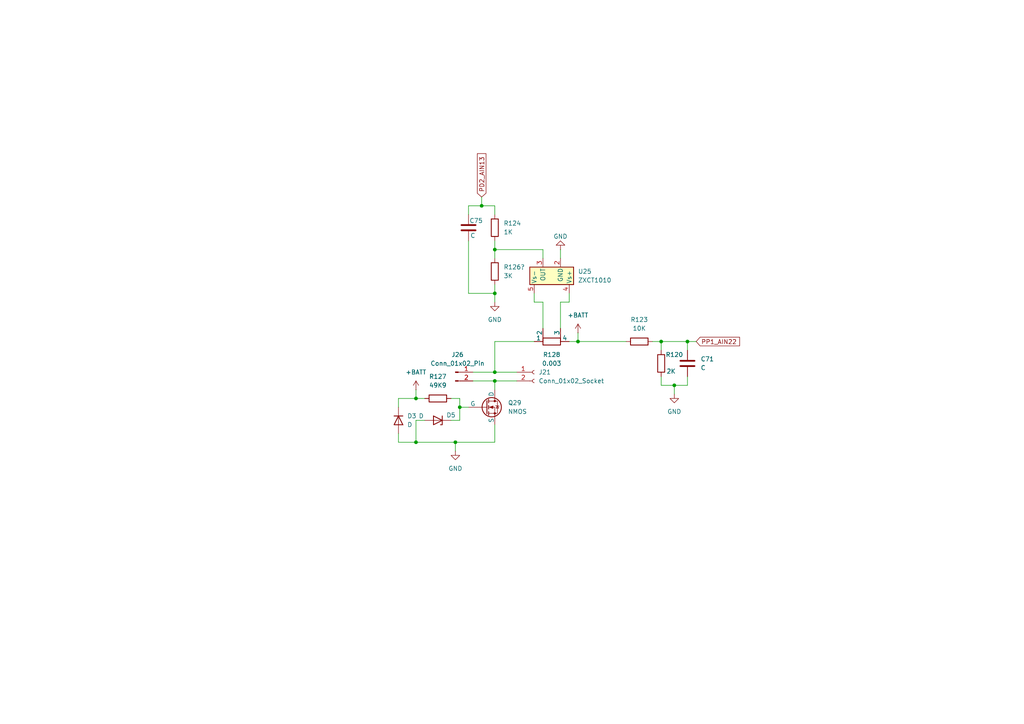
<source format=kicad_sch>
(kicad_sch (version 20250114) (generator "eeschema") (generator_version "9.0")
  (paper "A4")
  (lib_symbols
    (symbol "Amplifier_Current:ZXCT1010" (pin_names (offset 0.254))
      (property "Reference" "U" (at 7.62 1.27 0))
      (property "Value" "ZXCT1010" (at 7.62 -1.27 0))
      (symbol "ZXCT1010_0_1"
        (rectangle (start -6.35 2.54) (end 6.35 -2.54) (stroke (width 0.254)) (fill (type background)))
      )
      (symbol "ZXCT1010_1_1"
        (pin input line (at -5.08 5.08 270) (length 2.54) (name "Vs+") (number "4"))
        (pin power_in line (at -2.54 -5.08 90) (length 2.54) (name "GND") (number "2"))
        (pin no_connect line (at 0 2.54 270) (length 2.54) (hide yes) (name "NC") (number "1"))
        (pin output line (at 2.54 -5.08 90) (length 2.54) (name "OUT") (number "3"))
        (pin input line (at 5.08 5.08 270) (length 2.54) (name "Vs-") (number "5"))
      )
    )
    (symbol "Connector:Conn_01x02_Pin" (pin_names (offset 1.016) (hide yes))
      (property "Reference" "J" (at 0 2.54 0))
      (property "Value" "Conn_01x02_Pin" (at 0 -5.08 0))
      (symbol "Conn_01x02_Pin_1_1"
        (rectangle (start 0.8636 0.127) (end 0 -0.127) (stroke (width 0.1524)) (fill (type outline)))
        (rectangle (start 0.8636 -2.413) (end 0 -2.667) (stroke (width 0.1524)) (fill (type outline)))
        (polyline (pts (xy 1.27 0) (xy 0.8636 0)) (stroke (width 0.1524)))
        (polyline (pts (xy 1.27 -2.54) (xy 0.8636 -2.54)) (stroke (width 0.1524)))
        (pin passive line (at 5.08 0 180) (length 3.81) (name "Pin_1") (number "1"))
        (pin passive line (at 5.08 -2.54 180) (length 3.81) (name "Pin_2") (number "2"))
      )
    )
    (symbol "Connector:Conn_01x02_Socket" (pin_names (offset 1.016) (hide yes))
      (property "Reference" "J" (at 0 2.54 0))
      (property "Value" "Conn_01x02_Socket" (at 0 -5.08 0))
      (symbol "Conn_01x02_Socket_1_1"
        (polyline (pts (xy -1.27 0) (xy -0.508 0)) (stroke (width 0.1524)))
        (polyline (pts (xy -1.27 -2.54) (xy -0.508 -2.54)) (stroke (width 0.1524)))
        (arc (start 0 -0.508) (mid -0.5058 0) (end 0 0.508) (stroke (width 0.1524)))
        (arc (start 0 -3.048) (mid -0.5058 -2.54) (end 0 -2.032) (stroke (width 0.1524)))
        (pin passive line (at -5.08 0 0) (length 3.81) (name "Pin_1") (number "1"))
        (pin passive line (at -5.08 -2.54 0) (length 3.81) (name "Pin_2") (number "2"))
      )
    )
    (symbol "Device:C" (pin_numbers (hide yes)) (pin_names (offset 0.254))
      (property "Reference" "C" (at 0.635 2.54 0))
      (property "Value" "C" (at 0.635 -2.54 0))
      (symbol "C_0_1"
        (polyline (pts (xy -2.032 0.762) (xy 2.032 0.762)) (stroke (width 0.508)))
        (polyline (pts (xy -2.032 -0.762) (xy 2.032 -0.762)) (stroke (width 0.508)))
      )
      (symbol "C_1_1"
        (pin passive line (at 0 3.81 270) (length 2.794) (name "~") (number "1"))
        (pin passive line (at 0 -3.81 90) (length 2.794) (name "~") (number "2"))
      )
    )
    (symbol "Device:D" (pin_numbers (hide yes)) (pin_names (offset 1.016) (hide yes))
      (property "Reference" "D" (at 0 2.54 0))
      (property "Value" "D" (at 0 -2.54 0))
      (symbol "D_0_1"
        (polyline (pts (xy -1.27 1.27) (xy -1.27 -1.27)) (stroke (width 0.254)))
        (polyline (pts (xy 1.27 1.27) (xy 1.27 -1.27) (xy -1.27 0) (xy 1.27 1.27)) (stroke (width 0.254)))
        (polyline (pts (xy 1.27 0) (xy -1.27 0)))
      )
      (symbol "D_1_1"
        (pin passive line (at -3.81 0 0) (length 2.54) (name "K") (number "1"))
        (pin passive line (at 3.81 0 180) (length 2.54) (name "A") (number "2"))
      )
    )
    (symbol "Device:R" (pin_numbers (hide yes)) (pin_names (offset 0))
      (property "Reference" "R" (at 2.032 0 90))
      (property "Value" "R" (at 0 0 90))
      (symbol "R_0_1"
        (rectangle (start -1.016 -2.54) (end 1.016 2.54) (stroke (width 0.254)))
      )
      (symbol "R_1_1"
        (pin passive line (at 0 3.81 270) (length 1.27) (name "~") (number "1"))
        (pin passive line (at 0 -3.81 90) (length 1.27) (name "~") (number "2"))
      )
    )
    (symbol "Device:R_Shunt" (pin_numbers (hide yes)) (pin_names (offset 0))
      (property "Reference" "R" (at -4.445 0 90))
      (property "Value" "R_Shunt" (at -2.54 0 90))
      (symbol "R_Shunt_0_1"
        (rectangle (start -1.016 -2.54) (end 1.016 2.54) (stroke (width 0.254)))
        (polyline (pts (xy 0 -2.54) (xy 1.27 -2.54)))
        (polyline (pts (xy 1.27 2.54) (xy 0 2.54)))
      )
      (symbol "R_Shunt_1_1"
        (pin passive line (at 0 5.08 270) (length 2.54) (name "1") (number "1"))
        (pin passive line (at 0 -5.08 90) (length 2.54) (name "4") (number "4"))
        (pin passive line (at 3.81 2.54 180) (length 2.54) (name "2") (number "2"))
        (pin passive line (at 3.81 -2.54 180) (length 2.54) (name "3") (number "3"))
      )
    )
    (symbol "Diode:PESD5V0S1UL" (pin_numbers (hide yes)) (pin_names (hide yes))
      (property "Reference" "D" (at 0 2.54 0))
      (property "Value" "PESD5V0S1UL" (at 0 -2.54 0))
      (symbol "PESD5V0S1UL_0_1"
        (polyline (pts (xy -1.27 -1.27) (xy -1.27 1.27) (xy -0.762 1.27)) (stroke (width 0.254)))
        (polyline (pts (xy 1.27 0) (xy -1.27 0)))
        (polyline (pts (xy 1.27 -1.27) (xy 1.27 1.27) (xy -1.27 0) (xy 1.27 -1.27)) (stroke (width 0.254)))
      )
      (symbol "PESD5V0S1UL_1_1"
        (pin passive line (at -3.81 0 0) (length 2.54) (name "K") (number "1"))
        (pin passive line (at 3.81 0 180) (length 2.54) (name "A") (number "2"))
      )
    )
    (symbol "Simulation_SPICE:NMOS" (pin_numbers (hide yes)) (pin_names (offset 0))
      (property "Reference" "Q" (at 5.08 1.27 0))
      (property "Value" "NMOS" (at 5.08 -1.27 0))
      (symbol "NMOS_0_1"
        (polyline (pts (xy 0.254 1.905) (xy 0.254 -1.905)) (stroke (width 0.254)))
        (polyline (pts (xy 0.254 0) (xy -2.54 0)))
        (polyline (pts (xy 0.762 2.286) (xy 0.762 1.27)) (stroke (width 0.254)))
        (polyline (pts (xy 0.762 0.508) (xy 0.762 -0.508)) (stroke (width 0.254)))
        (polyline (pts (xy 0.762 -1.27) (xy 0.762 -2.286)) (stroke (width 0.254)))
        (polyline (pts (xy 0.762 -1.778) (xy 3.302 -1.778) (xy 3.302 1.778) (xy 0.762 1.778)))
        (polyline (pts (xy 1.016 0) (xy 2.032 0.381) (xy 2.032 -0.381) (xy 1.016 0)) (fill (type outline)))
        (circle (center 1.651 0) (radius 2.794) (stroke (width 0.254)))
        (polyline (pts (xy 2.54 2.54) (xy 2.54 1.778)))
        (circle (center 2.54 1.778) (radius 0.254) (fill (type outline)))
        (circle (center 2.54 -1.778) (radius 0.254) (fill (type outline)))
        (polyline (pts (xy 2.54 -2.54) (xy 2.54 0) (xy 0.762 0)))
        (polyline (pts (xy 2.794 0.508) (xy 2.921 0.381) (xy 3.683 0.381) (xy 3.81 0.254)))
        (polyline (pts (xy 3.302 0.381) (xy 2.921 -0.254) (xy 3.683 -0.254) (xy 3.302 0.381)))
      )
      (symbol "NMOS_1_1"
        (pin input line (at -5.08 0 0) (length 2.54) (name "G") (number "2"))
        (pin passive line (at 2.54 5.08 270) (length 2.54) (name "D") (number "1"))
        (pin passive line (at 2.54 -5.08 90) (length 2.54) (name "S") (number "3"))
      )
    )
    (symbol "power:+BATT" (power) (pin_numbers (hide yes)) (pin_names (offset 0) (hide yes))
      (property "Value" "+BATT" (at 0 3.556 0))
      (symbol "+BATT_0_1"
        (polyline (pts (xy -0.762 1.27) (xy 0 2.54)))
        (polyline (pts (xy 0 2.54) (xy 0.762 1.27)))
        (polyline (pts (xy 0 0) (xy 0 2.54)))
      )
      (symbol "+BATT_1_1"
        (pin power_in line (at 0 0 90) (length 0) (name "~") (number "1"))
      )
    )
    (symbol "power:GND" (power) (pin_numbers (hide yes)) (pin_names (offset 0) (hide yes))
      (property "Value" "GND" (at 0 -3.81 0))
      (symbol "GND_0_1"
        (polyline (pts (xy 0 0) (xy 0 -1.27) (xy 1.27 -1.27) (xy 0 -2.54) (xy -1.27 -1.27) (xy 0 -1.27)))
      )
      (symbol "GND_1_1"
        (pin power_in line (at 0 0 270) (length 0) (name "~") (number "1"))
      )
    )
  )
  (junction (at 143.51 110.49))
  (junction (at 167.64 99.06))
  (junction (at 199.39 99.06))
  (junction (at 132.08 128.27))
  (junction (at 143.51 85.09))
  (junction (at 195.58 111.76))
  (junction (at 133.35 118.11))
  (junction (at 139.7 59.69))
  (junction (at 120.65 115.57))
  (junction (at 120.65 128.27))
  (junction (at 191.77 99.06))
  (junction (at 143.51 107.95))
  (junction (at 143.51 72.39))
  (wire (pts (xy 133.35 115.57) (xy 133.35 118.11)))
  (wire (pts (xy 154.94 87.63) (xy 157.48 87.63)))
  (wire (pts (xy 143.51 107.95) (xy 143.51 99.06)))
  (wire (pts (xy 167.64 96.52) (xy 167.64 99.06)))
  (wire (pts (xy 191.77 99.06) (xy 199.39 99.06)))
  (wire (pts (xy 143.51 85.09) (xy 135.89 85.09)))
  (wire (pts (xy 120.65 128.27) (xy 115.57 128.27)))
  (wire (pts (xy 143.51 110.49) (xy 143.51 113.03)))
  (wire (pts (xy 143.51 85.09) (xy 143.51 87.63)))
  (wire (pts (xy 191.77 99.06) (xy 191.77 101.6)))
  (wire (pts (xy 115.57 115.57) (xy 115.57 118.11)))
  (wire (pts (xy 157.48 87.63) (xy 157.48 95.25)))
  (wire (pts (xy 165.1 87.63) (xy 162.56 87.63)))
  (wire (pts (xy 165.1 99.06) (xy 167.64 99.06)))
  (wire (pts (xy 154.94 85.09) (xy 154.94 87.63)))
  (wire (pts (xy 189.23 99.06) (xy 191.77 99.06)))
  (wire (pts (xy 157.48 74.93) (xy 157.48 72.39)))
  (wire (pts (xy 199.39 111.76) (xy 199.39 109.22)))
  (wire (pts (xy 191.77 111.76) (xy 195.58 111.76)))
  (wire (pts (xy 199.39 99.06) (xy 199.39 101.6)))
  (wire (pts (xy 143.51 62.23) (xy 143.51 59.69)))
  (wire (pts (xy 135.89 59.69) (xy 139.7 59.69)))
  (wire (pts (xy 143.51 99.06) (xy 154.94 99.06)))
  (wire (pts (xy 143.51 69.85) (xy 143.51 72.39)))
  (wire (pts (xy 139.7 59.69) (xy 143.51 59.69)))
  (wire (pts (xy 143.51 82.55) (xy 143.51 85.09)))
  (wire (pts (xy 120.65 121.92) (xy 120.65 128.27)))
  (wire (pts (xy 123.19 115.57) (xy 120.65 115.57)))
  (wire (pts (xy 199.39 99.06) (xy 201.93 99.06)))
  (wire (pts (xy 133.35 118.11) (xy 133.35 121.92)))
  (wire (pts (xy 135.89 85.09) (xy 135.89 69.85)))
  (wire (pts (xy 120.65 115.57) (xy 120.65 113.03)))
  (wire (pts (xy 132.08 128.27) (xy 132.08 130.81)))
  (wire (pts (xy 130.81 121.92) (xy 133.35 121.92)))
  (wire (pts (xy 120.65 128.27) (xy 132.08 128.27)))
  (wire (pts (xy 135.89 59.69) (xy 135.89 62.23)))
  (wire (pts (xy 137.16 107.95) (xy 143.51 107.95)))
  (wire (pts (xy 143.51 110.49) (xy 149.86 110.49)))
  (wire (pts (xy 162.56 72.39) (xy 162.56 74.93)))
  (wire (pts (xy 137.16 110.49) (xy 143.51 110.49)))
  (wire (pts (xy 130.81 115.57) (xy 133.35 115.57)))
  (wire (pts (xy 115.57 115.57) (xy 120.65 115.57)))
  (wire (pts (xy 123.19 121.92) (xy 120.65 121.92)))
  (wire (pts (xy 139.7 57.15) (xy 139.7 59.69)))
  (wire (pts (xy 143.51 72.39) (xy 143.51 74.93)))
  (wire (pts (xy 165.1 85.09) (xy 165.1 87.63)))
  (wire (pts (xy 132.08 128.27) (xy 143.51 128.27)))
  (wire (pts (xy 143.51 123.19) (xy 143.51 128.27)))
  (wire (pts (xy 195.58 111.76) (xy 195.58 114.3)))
  (wire (pts (xy 191.77 109.22) (xy 191.77 111.76)))
  (wire (pts (xy 143.51 72.39) (xy 157.48 72.39)))
  (wire (pts (xy 143.51 107.95) (xy 149.86 107.95)))
  (wire (pts (xy 195.58 111.76) (xy 199.39 111.76)))
  (wire (pts (xy 162.56 87.63) (xy 162.56 95.25)))
  (wire (pts (xy 133.35 118.11) (xy 135.89 118.11)))
  (wire (pts (xy 167.64 99.06) (xy 181.61 99.06)))
  (wire (pts (xy 115.57 128.27) (xy 115.57 125.73)))
  (global_label "PP1_AIN22" (shape input) (at 201.93 99.06 0) (property "Intersheetrefs" "${INTERSHEET_REFS}" (effects (hide yes))))
  (global_label "PD2_AIN13" (shape input) (at 139.7 57.15 90) (property "Intersheetrefs" "${INTERSHEET_REFS}" (effects (hide yes))))
  (symbol (lib_id "power:+BATT") (at 120.65 113.03 0) (unit 1)
    (property "Reference" "#PWR0220" (effects (hide yes)))
    (property "Value" "+BATT" (at 120.65 107.95 0))
    (property "Description" "Power symbol creates a global label with name \"+BATT\"" (effects (hide yes)))
  )
  (symbol (lib_id "power:GND") (at 195.58 114.3 0) (unit 1)
    (property "Reference" "#PWR0218" (effects (hide yes)))
    (property "Value" "GND" (at 195.58 119.38 0))
    (property "Description" "Power symbol creates a global label with name \"GND\" , ground" (effects (hide yes)))
  )
  (symbol (lib_id "Device:R") (at 127 115.57 90) (unit 1)
    (property "Reference" "R127" (at 127 109.22 90))
    (property "Value" "49K9" (at 127 111.76 90))
    (property "Description" "Resistor" (effects (hide yes)))
  )
  (symbol (lib_id "power:GND") (at 162.56 72.39 180) (unit 1)
    (property "Reference" "#PWR0216" (effects (hide yes)))
    (property "Value" "GND" (at 162.56 68.58 0))
    (property "Description" "Power symbol creates a global label with name \"GND\" , ground" (effects (hide yes)))
  )
  (symbol (lib_id "Device:R_Shunt") (at 160.02 99.06 90) (unit 1)
    (property "Reference" "R128" (at 160.02 102.87 90))
    (property "Value" "0.003" (at 160.02 105.41 90))
    (property "Description" "Shunt resistor" (effects (hide yes)))
  )
  (symbol (lib_id "Device:R") (at 143.51 78.74 0) (unit 1)
    (property "Reference" "R126?" (at 146.05 77.4699 0) (effects (justify left)))
    (property "Value" "3K" (at 146.05 80.0099 0) (effects (justify left)))
    (property "Description" "Resistor" (effects (hide yes)))
  )
  (symbol (lib_id "Device:D") (at 115.57 121.92 270) (unit 1)
    (property "Reference" "D3" (at 118.11 120.6499 90) (effects (justify left)))
    (property "Value" "D" (at 118.11 123.1899 90) (effects (justify left)))
    (property "Description" "Diode" (effects (hide yes)))
    (property "Sim.Device" "D" (effects (hide yes)))
    (property "Sim.Pins" "1=K 2=A" (effects (hide yes)))
  )
  (symbol (lib_id "Connector:Conn_01x02_Socket") (at 154.94 107.95 0) (unit 1)
    (property "Reference" "J21" (at 156.21 107.9499 0) (effects (justify left)))
    (property "Value" "Conn_01x02_Socket" (at 156.21 110.4899 0) (effects (justify left)))
    (property "Description" "Generic connector, single row, 01x02, script generated" (effects (hide yes)))
  )
  (symbol (lib_id "Device:C") (at 199.39 105.41 0) (unit 1)
    (property "Reference" "C71" (at 203.2 104.1399 0) (effects (justify left)))
    (property "Value" "C" (at 203.2 106.6799 0) (effects (justify left)))
    (property "Description" "Unpolarized capacitor" (effects (hide yes)))
  )
  (symbol (lib_id "Diode:PESD5V0S1UL") (at 127 121.92 180) (unit 1)
    (property "Reference" "D5" (at 130.81 120.396 0))
    (property "Value" "D" (at 122.174 120.65 0))
    (property "Footprint" "Diode_SMD:D_SOD-882" (effects (hide yes)))
    (property "Datasheet" "https://assets.nexperia.com/documents/data-sheet/PESD5V0S1UL.pdf" (effects (hide yes)))
    (property "Description" "Unidirectional ESD protection diode, 5V, SOD-882" (effects (hide yes)))
    (property "Sim.Device" "D" (effects (hide yes)))
    (property "Sim.Pins" "1=K 2=A" (effects (hide yes)))
  )
  (symbol (lib_id "Device:R") (at 143.51 66.04 0) (unit 1)
    (property "Reference" "R124" (at 146.05 64.7699 0) (effects (justify left)))
    (property "Value" "1K" (at 146.05 67.3099 0) (effects (justify left)))
    (property "Description" "Resistor" (effects (hide yes)))
  )
  (symbol (lib_id "power:GND") (at 132.08 130.81 0) (unit 1)
    (property "Reference" "#PWR0219" (effects (hide yes)))
    (property "Value" "GND" (at 132.08 135.89 0))
    (property "Description" "Power symbol creates a global label with name \"GND\" , ground" (effects (hide yes)))
  )
  (symbol (lib_id "Connector:Conn_01x02_Pin") (at 132.08 107.95 0) (unit 1)
    (property "Reference" "J26" (at 132.715 102.87 0))
    (property "Value" "Conn_01x02_Pin" (at 132.715 105.41 0))
    (property "Description" "Generic connector, single row, 01x02, script generated" (effects (hide yes)))
  )
  (symbol (lib_id "power:GND") (at 143.51 87.63 0) (unit 1)
    (property "Reference" "#PWR0217" (effects (hide yes)))
    (property "Value" "GND" (at 143.51 92.71 0))
    (property "Description" "Power symbol creates a global label with name \"GND\" , ground" (effects (hide yes)))
  )
  (symbol (lib_id "Device:R") (at 185.42 99.06 270) (unit 1)
    (property "Reference" "R123" (at 185.42 92.71 90))
    (property "Value" "10K" (at 185.42 95.25 90))
    (property "Description" "Resistor" (effects (hide yes)))
  )
  (symbol (lib_id "Device:R") (at 191.77 105.41 0) (unit 1)
    (property "Reference" "R120" (at 193.04 102.87 0) (effects (justify left)))
    (property "Value" "2K" (at 193.294 107.696 0) (effects (justify left)))
    (property "Description" "Resistor" (effects (hide yes)))
  )
  (symbol (lib_id "Amplifier_Current:ZXCT1010") (at 160.02 80.01 180) (unit 1)
    (property "Reference" "U25" (at 167.64 78.7399 0) (effects (justify right)))
    (property "Value" "ZXCT1010" (at 167.64 81.2799 0) (effects (justify right)))
    (property "Footprint" "Package_TO_SOT_SMD:SOT-23-5" (effects (hide yes)))
    (property "Datasheet" "https://www.diodes.com/assets/Datasheets/ZXCT1010.pdf" (effects (hide yes)))
    (property "Description" "Enhanced High-Side Current Monitors, SOT-23-5" (effects (hide yes)))
  )
  (symbol (lib_id "Device:C") (at 135.89 66.04 180) (unit 1)
    (property "Reference" "C75" (at 136.144 64.008 0) (effects (justify right)))
    (property "Value" "C" (at 136.398 68.326 0) (effects (justify right)))
    (property "Description" "Unpolarized capacitor" (effects (hide yes)))
  )
  (symbol (lib_id "power:+BATT") (at 167.64 96.52 0) (unit 1)
    (property "Reference" "#PWR0215" (effects (hide yes)))
    (property "Value" "+BATT" (at 167.64 91.44 0))
    (property "Description" "Power symbol creates a global label with name \"+BATT\"" (effects (hide yes)))
  )
  (symbol (lib_id "Simulation_SPICE:NMOS") (at 140.97 118.11 0) (unit 1)
    (property "Reference" "Q29" (at 147.32 116.8399 0) (effects (justify left)))
    (property "Value" "NMOS" (at 147.32 119.3799 0) (effects (justify left)))
    (property "Datasheet" "https://ngspice.sourceforge.io/docs/ngspice-html-manual/manual.xhtml#cha_MOSFETs" (effects (hide yes)))
    (property "Description" "N-MOSFET transistor, drain/source/gate" (effects (hide yes)))
    (property "Sim.Device" "NMOS" (effects (hide yes)))
    (property "Sim.Type" "VDMOS" (effects (hide yes)))
    (property "Sim.Pins" "1=D 2=G 3=S" (effects (hide yes)))
  )
)
</source>
